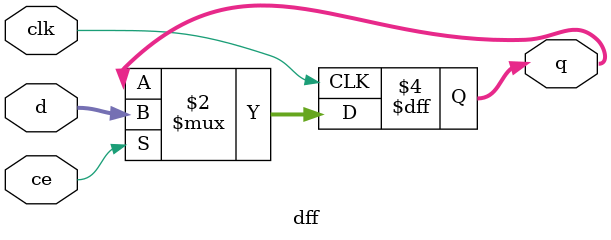
<source format=v>
module dff
  #(parameter width = 7)
   (
    input [width-1:0]      d,
    input                  clk, ce,
    output reg [width-1:0] q
    );

   always @(posedge clk) if (ce) q[6:0] <= d[6:0];
endmodule

</source>
